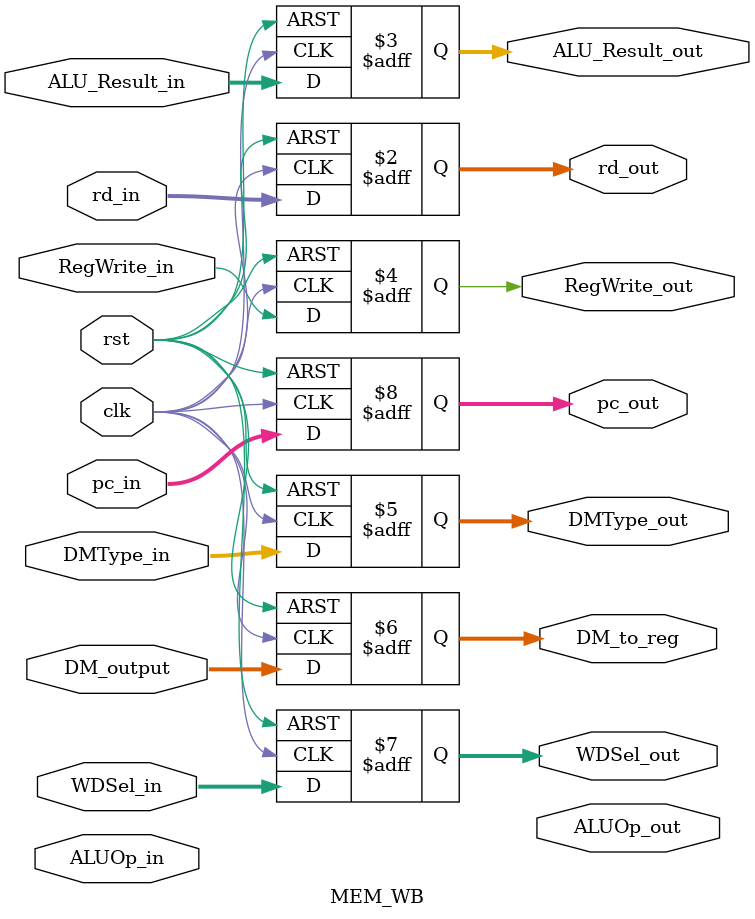
<source format=v>
  module MEM_WB(   input         clk,
    input         rst,
    input  [4:0] rd_in,
    input  [31:0] ALU_Result_in,
    input [4:0] ALUOp_in,
    input RegWrite_in,
    input [2:0] DMType_in,
    input [31:0] DM_output,
    input [1:0]  WDSel_in,
    input [31:0] pc_in,
    output reg [4:0]  rd_out,          // write register id
    output reg [31:0] ALU_Result_out,
    output reg [4:0]  ALUOp_out,       // ALU opertion
    output reg        RegWrite_out,    // control signal to register write
    output reg [2:0]  DMType_out,     // read/write data length
    output reg [31:0] DM_to_reg,
    output reg [1:0]  WDSel_out,        // (register) write data selection
    output reg[31:0]  pc_out
    );

  always @(posedge clk, posedge rst) begin
        if (rst ) begin
            //rs1_out <= 5'b0;
            //rs2_out <= 5'b0;
            //rs1_value_out <= 32'b0;
            //rs2_value_out <= 32'b0;
            rd_out = 5'b0;
            //NPCOp = 3'b0;
            ALU_Result_out= 32'b0;
            //MemWrite_out = 1'b0;
            RegWrite_out = 1'b0;
            DMType_out = 3'b0;
            DM_to_reg = 32'b0;
            WDSel_out= 2'b0;
            pc_out=32'b0;
        end
        else begin
            //rs1_out = RS1_in;
            //rs2_out = RS2_in;
            //rs1_value_out = RS1_value;
            //rs2_value_out = RS2_value;
            rd_out <= rd_in;
            ALU_Result_out<= ALU_Result_in;
            //MemWrite_out = MemWrite_in;
            RegWrite_out <=  RegWrite_in;
            DMType_out <= DMType_in;
            DM_to_reg  <=DM_output;
            WDSel_out<= WDSel_in;
            pc_out<=pc_in;
        end
    end

endmodule 

</source>
